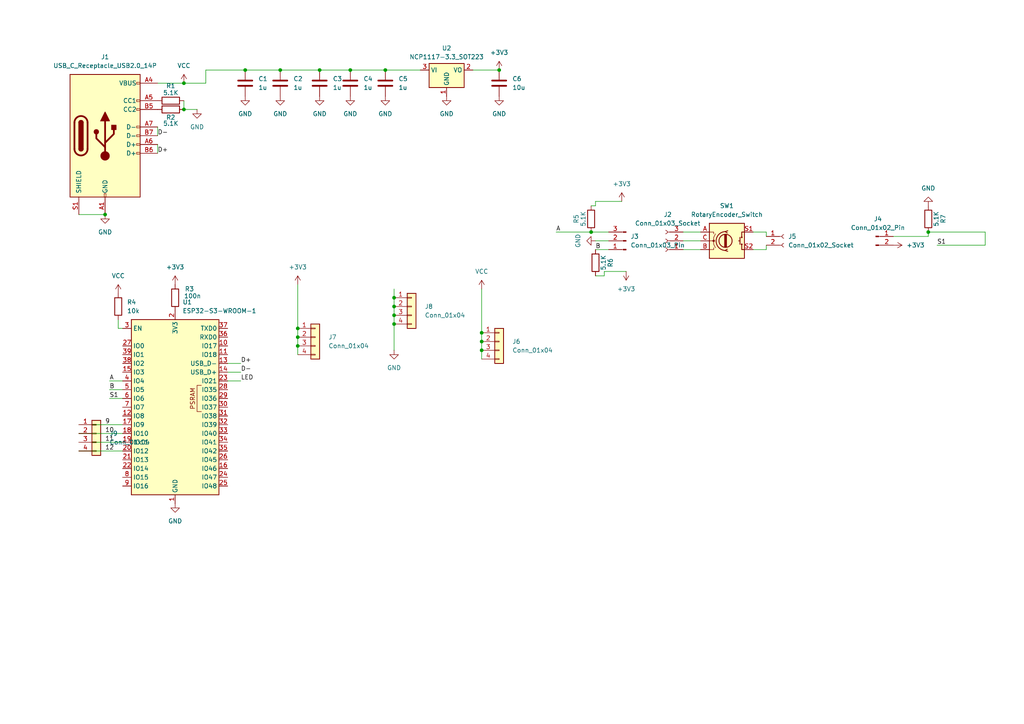
<source format=kicad_sch>
(kicad_sch (version 20250114) (generator "eeschema") (generator_version "9.0")
  (paper "A4")
  (junction (at 313.69 334.01))
  (junction (at 100.33 356.87))
  (junction (at 359.41 356.87))
  (junction (at 176.53 372.11))
  (junction (at 191.77 334.01))
  (junction (at 139.7 99.06))
  (junction (at 283.21 334.01))
  (junction (at 328.93 334.01))
  (junction (at 207.01 372.11))
  (junction (at 100.33 232.41))
  (junction (at 24.13 356.87))
  (junction (at 267.97 356.87))
  (junction (at 130.81 279.4))
  (junction (at 24.13 247.65))
  (junction (at 85.09 356.87))
  (junction (at 328.93 372.11))
  (junction (at 53.34 31.75))
  (junction (at 298.45 294.64))
  (junction (at 130.81 294.64))
  (junction (at 252.73 294.64))
  (junction (at 115.57 294.64))
  (junction (at 435.61 356.87))
  (junction (at 101.6 20.32))
  (junction (at 267.97 279.4))
  (junction (at 222.25 356.87))
  (junction (at 420.37 356.87))
  (junction (at 344.17 334.01))
  (junction (at 359.41 318.77))
  (junction (at 161.29 318.77))
  (junction (at 39.37 334.01))
  (junction (at 207.01 318.77))
  (junction (at 252.73 318.77))
  (junction (at 283.21 318.77))
  (junction (at 191.77 232.41))
  (junction (at 222.25 247.65))
  (junction (at 207.01 232.41))
  (junction (at 252.73 372.11))
  (junction (at 176.53 279.4))
  (junction (at 54.61 334.01))
  (junction (at 344.17 372.11))
  (junction (at 130.81 247.65))
  (junction (at 130.81 232.41))
  (junction (at 146.05 232.41))
  (junction (at 267.97 294.64))
  (junction (at 267.97 334.01))
  (junction (at 237.49 318.77))
  (junction (at 328.93 318.77))
  (junction (at 85.09 372.11))
  (junction (at 39.37 247.65))
  (junction (at 100.33 372.11))
  (junction (at 161.29 294.64))
  (junction (at 191.77 318.77))
  (junction (at 435.61 372.11))
  (junction (at 146.05 247.65))
  (junction (at 86.36 97.79))
  (junction (at 54.61 318.77))
  (junction (at 139.7 96.52))
  (junction (at 114.3 91.44))
  (junction (at 191.77 247.65))
  (junction (at 115.57 279.4))
  (junction (at 237.49 279.4))
  (junction (at 176.53 294.64))
  (junction (at 328.93 356.87))
  (junction (at 53.34 24.13))
  (junction (at 130.81 334.01))
  (junction (at 176.53 247.65))
  (junction (at 24.13 279.4))
  (junction (at 298.45 372.11))
  (junction (at 267.97 372.11))
  (junction (at 114.3 93.98))
  (junction (at 81.28 20.32))
  (junction (at 69.85 372.11))
  (junction (at 39.37 279.4))
  (junction (at 161.29 247.65))
  (junction (at 313.69 318.77))
  (junction (at 39.37 294.64))
  (junction (at 298.45 334.01))
  (junction (at 86.36 95.25))
  (junction (at 146.05 294.64))
  (junction (at 176.53 356.87))
  (junction (at 191.77 356.87))
  (junction (at 114.3 88.9))
  (junction (at 54.61 356.87))
  (junction (at 176.53 334.01))
  (junction (at 92.71 20.32))
  (junction (at 269.24 67.31))
  (junction (at 207.01 279.4))
  (junction (at 71.12 20.32))
  (junction (at 313.69 356.87))
  (junction (at 237.49 334.01))
  (junction (at 222.25 279.4))
  (junction (at 374.65 356.87))
  (junction (at 54.61 372.11))
  (junction (at 374.65 372.11))
  (junction (at 283.21 356.87))
  (junction (at 115.57 232.41))
  (junction (at 222.25 232.41))
  (junction (at 344.17 356.87))
  (junction (at 54.61 232.41))
  (junction (at 86.36 100.33))
  (junction (at 39.37 372.11))
  (junction (at 115.57 334.01))
  (junction (at 207.01 247.65))
  (junction (at 111.76 20.32))
  (junction (at 54.61 294.64))
  (junction (at 405.13 372.11))
  (junction (at 222.25 318.77))
  (junction (at 24.13 318.77))
  (junction (at 359.41 334.01))
  (junction (at 344.17 318.77))
  (junction (at 161.29 279.4))
  (junction (at 115.57 318.77))
  (junction (at 85.09 279.4))
  (junction (at 54.61 279.4))
  (junction (at 191.77 372.11))
  (junction (at 69.85 247.65))
  (junction (at 85.09 247.65))
  (junction (at 85.09 334.01))
  (junction (at 24.13 232.41))
  (junction (at 24.13 294.64))
  (junction (at 146.05 318.77))
  (junction (at 130.81 318.77))
  (junction (at 69.85 356.87))
  (junction (at 222.25 372.11))
  (junction (at 450.85 356.87))
  (junction (at 298.45 318.77))
  (junction (at 207.01 334.01))
  (junction (at 237.49 372.11))
  (junction (at 144.78 20.32))
  (junction (at 114.3 86.36))
  (junction (at 191.77 294.64))
  (junction (at 298.45 279.4))
  (junction (at 222.25 334.01))
  (junction (at 146.05 334.01))
  (junction (at 283.21 294.64))
  (junction (at 54.61 247.65))
  (junction (at 100.33 294.64))
  (junction (at 39.37 318.77))
  (junction (at 146.05 279.4))
  (junction (at 100.33 279.4))
  (junction (at 176.53 232.41))
  (junction (at 100.33 334.01))
  (junction (at 139.7 101.6))
  (junction (at 237.49 356.87))
  (junction (at 359.41 372.11))
  (junction (at 161.29 334.01))
  (junction (at 115.57 247.65))
  (junction (at 100.33 318.77))
  (junction (at 85.09 318.77))
  (junction (at 24.13 334.01))
  (junction (at 69.85 279.4))
  (junction (at 100.33 247.65))
  (junction (at 171.45 67.31))
  (junction (at 283.21 372.11))
  (junction (at 237.49 294.64))
  (junction (at 69.85 318.77))
  (junction (at 69.85 294.64))
  (junction (at 252.73 356.87))
  (junction (at 252.73 279.4))
  (junction (at 405.13 356.87))
  (junction (at 389.89 372.11))
  (junction (at 420.37 372.11))
  (junction (at 69.85 334.01))
  (junction (at 30.48 62.23))
  (junction (at 313.69 372.11))
  (junction (at 283.21 279.4))
  (junction (at 39.37 232.41))
  (junction (at 69.85 232.41))
  (junction (at 298.45 356.87))
  (junction (at 207.01 294.64))
  (junction (at 450.85 372.11))
  (junction (at 222.25 294.64))
  (junction (at 191.77 279.4))
  (junction (at 252.73 334.01))
  (junction (at 207.01 356.87))
  (junction (at 161.29 232.41))
  (junction (at 85.09 232.41))
  (junction (at 39.37 356.87))
  (junction (at 85.09 294.64))
  (junction (at 389.89 356.87))
  (junction (at 267.97 318.77))
  (junction (at 24.13 372.11))
  (junction (at 176.53 318.77))
  (wire (pts (xy 198.12 67.31) (xy 203.2 67.31)))
  (wire (pts (xy 54.61 279.4) (xy 69.85 279.4)))
  (wire (pts (xy 114.3 83.82) (xy 114.3 86.36)))
  (wire (pts (xy 269.24 68.58) (xy 269.24 67.31)))
  (wire (pts (xy 146.05 294.64) (xy 161.29 294.64)))
  (wire (pts (xy 69.85 110.49) (xy 66.04 110.49)))
  (wire (pts (xy 114.3 93.98) (xy 114.3 101.6)))
  (wire (pts (xy 387.35 326.39) (xy 387.35 344.17)))
  (wire (pts (xy 344.17 334.01) (xy 359.41 334.01)))
  (wire (pts (xy 176.53 279.4) (xy 191.77 279.4)))
  (wire (pts (xy 10.16 254) (xy 10.16 287.02)))
  (wire (pts (xy 161.29 294.64) (xy 176.53 294.64)))
  (wire (pts (xy 130.81 247.65) (xy 146.05 247.65)))
  (wire (pts (xy 146.05 247.65) (xy 161.29 247.65)))
  (wire (pts (xy 344.17 318.77) (xy 359.41 318.77)))
  (wire (pts (xy 53.34 29.21) (xy 53.34 31.75)))
  (wire (pts (xy 420.37 372.11) (xy 435.61 372.11)))
  (wire (pts (xy 207.01 294.64) (xy 222.25 294.64)))
  (wire (pts (xy 191.77 318.77) (xy 207.01 318.77)))
  (wire (pts (xy 45.72 24.13) (xy 53.34 24.13)))
  (wire (pts (xy 100.33 356.87) (xy 176.53 356.87)))
  (wire (pts (xy 11.43 306.07) (xy 11.43 326.39)))
  (wire (pts (xy 218.44 67.31) (xy 222.25 67.31)))
  (wire (pts (xy 175.26 78.74) (xy 181.61 78.74)))
  (wire (pts (xy 69.85 372.11) (xy 85.09 372.11)))
  (wire (pts (xy 114.3 91.44) (xy 114.3 93.98)))
  (wire (pts (xy 10.16 364.49) (xy 16.51 364.49)))
  (wire (pts (xy 252.73 279.4) (xy 267.97 279.4)))
  (wire (pts (xy 172.72 72.39) (xy 176.53 72.39)))
  (wire (pts (xy 389.89 356.87) (xy 405.13 356.87)))
  (wire (pts (xy 298.45 334.01) (xy 313.69 334.01)))
  (wire (pts (xy 69.85 247.65) (xy 85.09 247.65)))
  (wire (pts (xy 191.77 334.01) (xy 207.01 334.01)))
  (wire (pts (xy 39.37 372.11) (xy 54.61 372.11)))
  (wire (pts (xy 267.97 334.01) (xy 283.21 334.01)))
  (wire (pts (xy 24.13 294.64) (xy 39.37 294.64)))
  (wire (pts (xy 237.49 334.01) (xy 252.73 334.01)))
  (wire (pts (xy 218.44 72.39) (xy 222.25 72.39)))
  (wire (pts (xy 191.77 356.87) (xy 207.01 356.87)))
  (wire (pts (xy 237.49 279.4) (xy 252.73 279.4)))
  (wire (pts (xy 45.72 41.91) (xy 45.72 44.45)))
  (wire (pts (xy 207.01 372.11) (xy 222.25 372.11)))
  (wire (pts (xy 207.01 356.87) (xy 222.25 356.87)))
  (wire (pts (xy 86.36 97.79) (xy 86.36 100.33)))
  (wire (pts (xy 222.25 247.65) (xy 237.49 247.65)))
  (wire (pts (xy 267.97 372.11) (xy 283.21 372.11)))
  (wire (pts (xy 222.25 356.87) (xy 237.49 356.87)))
  (wire (pts (xy 39.37 356.87) (xy 54.61 356.87)))
  (wire (pts (xy 139.7 96.52) (xy 139.7 99.06)))
  (wire (pts (xy 69.85 356.87) (xy 85.09 356.87)))
  (wire (pts (xy 10.16 344.17) (xy 10.16 364.49)))
  (wire (pts (xy 176.53 356.87) (xy 191.77 356.87)))
  (wire (pts (xy 54.61 334.01) (xy 69.85 334.01)))
  (wire (pts (xy 146.05 279.4) (xy 161.29 279.4)))
  (wire (pts (xy 161.29 318.77) (xy 176.53 318.77)))
  (wire (pts (xy 207.01 318.77) (xy 222.25 318.77)))
  (wire (pts (xy 237.49 294.64) (xy 252.73 294.64)))
  (wire (pts (xy 24.13 279.4) (xy 39.37 279.4)))
  (wire (pts (xy 222.25 279.4) (xy 237.49 279.4)))
  (wire (pts (xy 207.01 279.4) (xy 222.25 279.4)))
  (wire (pts (xy 267.97 318.77) (xy 283.21 318.77)))
  (wire (pts (xy 54.61 356.87) (xy 69.85 356.87)))
  (wire (pts (xy 24.13 318.77) (xy 39.37 318.77)))
  (wire (pts (xy 31.75 115.57) (xy 35.56 115.57)))
  (wire (pts (xy 283.21 334.01) (xy 298.45 334.01)))
  (wire (pts (xy 161.29 334.01) (xy 176.53 334.01)))
  (wire (pts (xy 222.25 232.41) (xy 237.49 232.41)))
  (wire (pts (xy 267.97 279.4) (xy 283.21 279.4)))
  (wire (pts (xy 115.57 279.4) (xy 130.81 279.4)))
  (wire (pts (xy 24.13 232.41) (xy 39.37 232.41)))
  (wire (pts (xy 450.85 356.87) (xy 466.09 356.87)))
  (wire (pts (xy 100.33 334.01) (xy 115.57 334.01)))
  (wire (pts (xy 54.61 232.41) (xy 69.85 232.41)))
  (wire (pts (xy 191.77 372.11) (xy 207.01 372.11)))
  (wire (pts (xy 115.57 294.64) (xy 130.81 294.64)))
  (wire (pts (xy 115.57 232.41) (xy 130.81 232.41)))
  (wire (pts (xy 374.65 356.87) (xy 389.89 356.87)))
  (wire (pts (xy 222.25 72.39) (xy 222.25 71.12)))
  (wire (pts (xy 130.81 279.4) (xy 146.05 279.4)))
  (wire (pts (xy 191.77 279.4) (xy 207.01 279.4)))
  (wire (pts (xy 22.86 123.19) (xy 35.56 123.19)))
  (wire (pts (xy 328.93 356.87) (xy 344.17 356.87)))
  (wire (pts (xy 359.41 318.77) (xy 374.65 318.77)))
  (wire (pts (xy 283.21 356.87) (xy 298.45 356.87)))
  (wire (pts (xy 24.13 334.01) (xy 39.37 334.01)))
  (wire (pts (xy 191.77 232.41) (xy 207.01 232.41)))
  (wire (pts (xy 71.12 20.32) (xy 81.28 20.32)))
  (wire (pts (xy 39.37 334.01) (xy 54.61 334.01)))
  (wire (pts (xy 245.11 240.03) (xy 245.11 254)))
  (wire (pts (xy 344.17 372.11) (xy 359.41 372.11)))
  (wire (pts (xy 207.01 232.41) (xy 222.25 232.41)))
  (wire (pts (xy 283.21 279.4) (xy 298.45 279.4)))
  (wire (pts (xy 85.09 372.11) (xy 100.33 372.11)))
  (wire (pts (xy 313.69 372.11) (xy 328.93 372.11)))
  (wire (pts (xy 161.29 247.65) (xy 176.53 247.65)))
  (wire (pts (xy 450.85 372.11) (xy 466.09 372.11)))
  (wire (pts (xy 24.13 247.65) (xy 39.37 247.65)))
  (wire (pts (xy 139.7 99.06) (xy 139.7 101.6)))
  (wire (pts (xy 16.51 240.03) (xy 10.16 240.03)))
  (wire (pts (xy 24.13 356.87) (xy 39.37 356.87)))
  (wire (pts (xy 252.73 372.11) (xy 267.97 372.11)))
  (wire (pts (xy 86.36 82.55) (xy 86.36 95.25)))
  (wire (pts (xy 39.37 318.77) (xy 54.61 318.77)))
  (wire (pts (xy 313.69 334.01) (xy 328.93 334.01)))
  (wire (pts (xy 139.7 101.6) (xy 139.7 104.14)))
  (wire (pts (xy 252.73 294.64) (xy 267.97 294.64)))
  (wire (pts (xy 130.81 294.64) (xy 146.05 294.64)))
  (wire (pts (xy 24.13 372.11) (xy 39.37 372.11)))
  (wire (pts (xy 54.61 318.77) (xy 69.85 318.77)))
  (wire (pts (xy 107.95 364.49) (xy 168.91 364.49)))
  (wire (pts (xy 22.86 130.81) (xy 35.56 130.81)))
  (wire (pts (xy 54.61 247.65) (xy 69.85 247.65)))
  (wire (pts (xy 69.85 232.41) (xy 85.09 232.41)))
  (wire (pts (xy 54.61 294.64) (xy 69.85 294.64)))
  (wire (pts (xy 114.3 88.9) (xy 114.3 91.44)))
  (wire (pts (xy 85.09 356.87) (xy 100.33 356.87)))
  (wire (pts (xy 172.72 69.85) (xy 176.53 69.85)))
  (wire (pts (xy 85.09 232.41) (xy 100.33 232.41)))
  (wire (pts (xy 331.47 287.02) (xy 331.47 306.07)))
  (wire (pts (xy 85.09 279.4) (xy 100.33 279.4)))
  (wire (pts (xy 405.13 372.11) (xy 420.37 372.11)))
  (wire (pts (xy 69.85 294.64) (xy 85.09 294.64)))
  (wire (pts (xy 146.05 334.01) (xy 161.29 334.01)))
  (wire (pts (xy 130.81 318.77) (xy 146.05 318.77)))
  (wire (pts (xy 92.71 20.32) (xy 101.6 20.32)))
  (wire (pts (xy 207.01 247.65) (xy 222.25 247.65)))
  (wire (pts (xy 161.29 279.4) (xy 176.53 279.4)))
  (wire (pts (xy 285.75 71.12) (xy 271.78 71.12)))
  (wire (pts (xy 31.75 110.49) (xy 35.56 110.49)))
  (wire (pts (xy 81.28 20.32) (xy 92.71 20.32)))
  (wire (pts (xy 331.47 306.07) (xy 11.43 306.07)))
  (wire (pts (xy 69.85 334.01) (xy 85.09 334.01)))
  (wire (pts (xy 435.61 372.11) (xy 450.85 372.11)))
  (wire (pts (xy 161.29 67.31) (xy 171.45 67.31)))
  (wire (pts (xy 283.21 318.77) (xy 298.45 318.77)))
  (wire (pts (xy 222.25 67.31) (xy 222.25 68.58)))
  (wire (pts (xy 22.86 62.23) (xy 30.48 62.23)))
  (wire (pts (xy 176.53 372.11) (xy 191.77 372.11)))
  (wire (pts (xy 39.37 232.41) (xy 54.61 232.41)))
  (wire (pts (xy 222.25 372.11) (xy 237.49 372.11)))
  (wire (pts (xy 161.29 232.41) (xy 176.53 232.41)))
  (wire (pts (xy 267.97 356.87) (xy 283.21 356.87)))
  (wire (pts (xy 405.13 356.87) (xy 420.37 356.87)))
  (wire (pts (xy 146.05 232.41) (xy 161.29 232.41)))
  (wire (pts (xy 176.53 247.65) (xy 191.77 247.65)))
  (wire (pts (xy 222.25 294.64) (xy 237.49 294.64)))
  (wire (pts (xy 171.45 67.31) (xy 176.53 67.31)))
  (wire (pts (xy 115.57 318.77) (xy 130.81 318.77)))
  (wire (pts (xy 198.12 72.39) (xy 203.2 72.39)))
  (wire (pts (xy 283.21 372.11) (xy 298.45 372.11)))
  (wire (pts (xy 34.29 95.25) (xy 35.56 95.25)))
  (wire (pts (xy 100.33 247.65) (xy 115.57 247.65)))
  (wire (pts (xy 237.49 318.77) (xy 252.73 318.77)))
  (wire (pts (xy 191.77 247.65) (xy 207.01 247.65)))
  (wire (pts (xy 100.33 294.64) (xy 115.57 294.64)))
  (wire (pts (xy 86.36 100.33) (xy 86.36 102.87)))
  (wire (pts (xy 115.57 334.01) (xy 130.81 334.01)))
  (wire (pts (xy 359.41 356.87) (xy 374.65 356.87)))
  (wire (pts (xy 313.69 356.87) (xy 328.93 356.87)))
  (wire (pts (xy 387.35 344.17) (xy 10.16 344.17)))
  (wire (pts (xy 313.69 318.77) (xy 328.93 318.77)))
  (wire (pts (xy 100.33 318.77) (xy 115.57 318.77)))
  (wire (pts (xy 85.09 294.64) (xy 100.33 294.64)))
  (wire (pts (xy 269.24 67.31) (xy 285.75 67.31)))
  (wire (pts (xy 298.45 294.64) (xy 313.69 294.64)))
  (wire (pts (xy 171.45 59.69) (xy 172.72 59.69)))
  (wire (pts (xy 298.45 356.87) (xy 313.69 356.87)))
  (wire (pts (xy 359.41 334.01) (xy 374.65 334.01)))
  (wire (pts (xy 222.25 318.77) (xy 237.49 318.77)))
  (wire (pts (xy 22.86 125.73) (xy 35.56 125.73)))
  (wire (pts (xy 146.05 318.77) (xy 161.29 318.77)))
  (wire (pts (xy 59.69 20.32) (xy 59.69 24.13)))
  (wire (pts (xy 191.77 294.64) (xy 207.01 294.64)))
  (wire (pts (xy 176.53 334.01) (xy 191.77 334.01)))
  (wire (pts (xy 85.09 247.65) (xy 100.33 247.65)))
  (wire (pts (xy 85.09 318.77) (xy 100.33 318.77)))
  (wire (pts (xy 101.6 20.32) (xy 111.76 20.32)))
  (wire (pts (xy 100.33 372.11) (xy 176.53 372.11)))
  (wire (pts (xy 39.37 279.4) (xy 54.61 279.4)))
  (wire (pts (xy 130.81 334.01) (xy 146.05 334.01)))
  (wire (pts (xy 85.09 334.01) (xy 100.33 334.01)))
  (wire (pts (xy 100.33 279.4) (xy 115.57 279.4)))
  (wire (pts (xy 420.37 356.87) (xy 435.61 356.87)))
  (wire (pts (xy 298.45 279.4) (xy 313.69 279.4)))
  (wire (pts (xy 71.12 20.32) (xy 59.69 20.32)))
  (wire (pts (xy 374.65 372.11) (xy 389.89 372.11)))
  (wire (pts (xy 130.81 232.41) (xy 146.05 232.41)))
  (wire (pts (xy 59.69 24.13) (xy 53.34 24.13)))
  (wire (pts (xy 22.86 128.27) (xy 35.56 128.27)))
  (wire (pts (xy 382.27 326.39) (xy 387.35 326.39)))
  (wire (pts (xy 283.21 294.64) (xy 298.45 294.64)))
  (wire (pts (xy 69.85 279.4) (xy 85.09 279.4)))
  (wire (pts (xy 111.76 20.32) (xy 121.92 20.32)))
  (wire (pts (xy 39.37 247.65) (xy 54.61 247.65)))
  (wire (pts (xy 237.49 356.87) (xy 252.73 356.87)))
  (wire (pts (xy 172.72 80.01) (xy 175.26 80.01)))
  (wire (pts (xy 259.08 68.58) (xy 269.24 68.58)))
  (wire (pts (xy 114.3 86.36) (xy 114.3 88.9)))
  (wire (pts (xy 207.01 334.01) (xy 222.25 334.01)))
  (wire (pts (xy 298.45 318.77) (xy 313.69 318.77)))
  (wire (pts (xy 245.11 254) (xy 10.16 254)))
  (wire (pts (xy 389.89 372.11) (xy 405.13 372.11)))
  (wire (pts (xy 16.51 287.02) (xy 10.16 287.02)))
  (wire (pts (xy 176.53 294.64) (xy 191.77 294.64)))
  (wire (pts (xy 321.31 287.02) (xy 331.47 287.02)))
  (wire (pts (xy 172.72 59.69) (xy 172.72 58.42)))
  (wire (pts (xy 267.97 294.64) (xy 283.21 294.64)))
  (wire (pts (xy 86.36 95.25) (xy 86.36 97.79)))
  (wire (pts (xy 222.25 334.01) (xy 237.49 334.01)))
  (wire (pts (xy 176.53 318.77) (xy 191.77 318.77)))
  (wire (pts (xy 328.93 334.01) (xy 344.17 334.01)))
  (wire (pts (xy 328.93 318.77) (xy 344.17 318.77)))
  (wire (pts (xy 435.61 356.87) (xy 450.85 356.87)))
  (wire (pts (xy 31.75 113.03) (xy 35.56 113.03)))
  (wire (pts (xy 54.61 372.11) (xy 69.85 372.11)))
  (wire (pts (xy 285.75 67.31) (xy 285.75 71.12)))
  (wire (pts (xy 139.7 83.82) (xy 139.7 96.52)))
  (wire (pts (xy 328.93 372.11) (xy 344.17 372.11)))
  (wire (pts (xy 198.12 69.85) (xy 203.2 69.85)))
  (wire (pts (xy 359.41 372.11) (xy 374.65 372.11)))
  (wire (pts (xy 237.49 372.11) (xy 252.73 372.11)))
  (wire (pts (xy 175.26 80.01) (xy 175.26 78.74)))
  (wire (pts (xy 115.57 247.65) (xy 130.81 247.65)))
  (wire (pts (xy 69.85 105.41) (xy 66.04 105.41)))
  (wire (pts (xy 100.33 232.41) (xy 115.57 232.41)))
  (wire (pts (xy 11.43 326.39) (xy 16.51 326.39)))
  (wire (pts (xy 39.37 294.64) (xy 54.61 294.64)))
  (wire (pts (xy 344.17 356.87) (xy 359.41 356.87)))
  (wire (pts (xy 45.72 36.83) (xy 45.72 39.37)))
  (wire (pts (xy 252.73 318.77) (xy 267.97 318.77)))
  (wire (pts (xy 137.16 20.32) (xy 144.78 20.32)))
  (wire (pts (xy 34.29 92.71) (xy 34.29 95.25)))
  (wire (pts (xy 252.73 356.87) (xy 267.97 356.87)))
  (wire (pts (xy 176.53 232.41) (xy 191.77 232.41)))
  (wire (pts (xy 69.85 107.95) (xy 66.04 107.95)))
  (wire (pts (xy 69.85 318.77) (xy 85.09 318.77)))
  (wire (pts (xy 172.72 58.42) (xy 180.34 58.42)))
  (wire (pts (xy 53.34 31.75) (xy 57.15 31.75)))
  (wire (pts (xy 298.45 372.11) (xy 313.69 372.11)))
  (wire (pts (xy 252.73 334.01) (xy 267.97 334.01)))
  (label "9" (at 30.48 123.19 0))
  (label "B" (at 172.72 72.39 0))
  (label "D+" (at 69.85 105.41 0))
  (label "S1" (at 271.78 71.12 0))
  (label "11" (at 30.48 128.27 0))
  (label "B" (at 31.75 113.03 0))
  (label "12" (at 30.48 130.81 0))
  (label "S1" (at 31.75 115.57 0))
  (label "10" (at 30.48 125.73 0))
  (label "LED" (at 69.85 110.49 0))
  (label "D+" (at 45.72 44.45 0))
  (label "A" (at 31.75 110.49 0))
  (label "D-" (at 45.72 39.37 0))
  (label "D-" (at 69.85 107.95 0))
  (label "A" (at 161.29 67.31 0))
  (label "LED" (at 10.16 240.03 0))
  (symbol (lib_id "Connector:Conn_01x03_Socket") (at 193.04 69.85 180) (unit 1)
    (property "Reference" "J2" (at 193.675 62.23 0))
    (property "Value" "Conn_01x03_Socket" (at 193.675 64.77 0))
    (property "Footprint" "Connector_PinHeader_2.54mm:PinHeader_1x03_P2.54mm_Vertical" (effects (hide yes)))
    (property "Description" "Generic connector, single row, 01x03, script generated" (effects (hide yes)))
  )
  (symbol (lib_id "power:VCC") (at 139.7 83.82 0) (unit 1)
    (property "Reference" "#PWR030" (effects (hide yes)))
    (property "Value" "VCC" (at 139.7 78.74 0))
    (property "Description" "Power symbol creates a global label with name \"VCC\"" (effects (hide yes)))
  )
  (symbol (lib_id "LED:WS2812B") (at 207.01 326.39 0) (unit 1)
    (property "Reference" "D48" (at 213.868 317.246 0))
    (property "Value" "WS2812B" (at 213.868 319.786 0))
    (property "Footprint" "LED_SMD:LED_WS2812B_PLCC4_5.0x5.0mm_P3.2mm" (effects (hide yes)))
    (property "Datasheet" "https://cdn-shop.adafruit.com/datasheets/WS2812B.pdf" (effects (hide yes)))
    (property "Description" "RGB LED with integrated controller" (effects (hide yes)))
  )
  (symbol (lib_id "Device:C") (at 144.78 24.13 0) (unit 1)
    (property "Reference" "C6" (at 148.59 22.8599 0) (effects (justify left)))
    (property "Value" "10u" (at 148.59 25.3999 0) (effects (justify left)))
    (property "Footprint" "Capacitor_SMD:C_0603_1608Metric_Pad1.08x0.95mm_HandSolder" (effects (hide yes)))
    (property "Description" "Unpolarized capacitor" (effects (hide yes)))
  )
  (symbol (lib_id "LED:WS2812B") (at 161.29 326.39 0) (unit 1)
    (property "Reference" "D45" (at 167.64 317.246 0))
    (property "Value" "WS2812B" (at 167.64 319.786 0))
    (property "Footprint" "LED_SMD:LED_WS2812B_PLCC4_5.0x5.0mm_P3.2mm" (effects (hide yes)))
    (property "Datasheet" "https://cdn-shop.adafruit.com/datasheets/WS2812B.pdf" (effects (hide yes)))
    (property "Description" "RGB LED with integrated controller" (effects (hide yes)))
  )
  (symbol (lib_id "LED:WS2812B") (at 374.65 326.39 0) (unit 1)
    (property "Reference" "D59" (at 381 317.246 0))
    (property "Value" "WS2812B" (at 381 319.786 0))
    (property "Footprint" "LED_SMD:LED_WS2812B_PLCC4_5.0x5.0mm_P3.2mm" (effects (hide yes)))
    (property "Datasheet" "https://cdn-shop.adafruit.com/datasheets/WS2812B.pdf" (effects (hide yes)))
    (property "Description" "RGB LED with integrated controller" (effects (hide yes)))
  )
  (symbol (lib_id "power:GND") (at 24.13 334.01 0) (unit 1)
    (property "Reference" "#PWR025" (effects (hide yes)))
    (property "Value" "GND" (at 24.13 339.09 0))
    (property "Description" "Power symbol creates a global label with name \"GND\" , ground" (effects (hide yes)))
  )
  (symbol (lib_id "LED:WS2812B") (at 191.77 287.02 0) (unit 1)
    (property "Reference" "D27" (at 198.12 277.876 0))
    (property "Value" "WS2812B" (at 198.12 280.416 0))
    (property "Footprint" "LED_SMD:LED_WS2812B_PLCC4_5.0x5.0mm_P3.2mm" (effects (hide yes)))
    (property "Datasheet" "https://cdn-shop.adafruit.com/datasheets/WS2812B.pdf" (effects (hide yes)))
    (property "Description" "RGB LED with integrated controller" (effects (hide yes)))
  )
  (symbol (lib_id "LED:WS2812B") (at 69.85 364.49 0) (unit 1)
    (property "Reference" "D63" (at 76.708 355.346 0))
    (property "Value" "WS2812B" (at 76.708 357.886 0))
    (property "Footprint" "LED_SMD:LED_WS2812B_PLCC4_5.0x5.0mm_P3.2mm" (effects (hide yes)))
    (property "Datasheet" "https://cdn-shop.adafruit.com/datasheets/WS2812B.pdf" (effects (hide yes)))
    (property "Description" "RGB LED with integrated controller" (effects (hide yes)))
  )
  (symbol (lib_id "LED:WS2812B") (at 405.13 364.49 0) (unit 1)
    (property "Reference" "D85" (at 411.988 355.346 0))
    (property "Value" "WS2812B" (at 411.988 357.886 0))
    (property "Footprint" "LED_SMD:LED_WS2812B_PLCC4_5.0x5.0mm_P3.2mm" (effects (hide yes)))
    (property "Datasheet" "https://cdn-shop.adafruit.com/datasheets/WS2812B.pdf" (effects (hide yes)))
    (property "Description" "RGB LED with integrated controller" (effects (hide yes)))
  )
  (symbol (lib_id "LED:WS2812B") (at 252.73 364.49 0) (unit 1)
    (property "Reference" "D75" (at 259.08 355.346 0))
    (property "Value" "WS2812B" (at 259.08 357.886 0))
    (property "Footprint" "LED_SMD:LED_WS2812B_PLCC4_5.0x5.0mm_P3.2mm" (effects (hide yes)))
    (property "Datasheet" "https://cdn-shop.adafruit.com/datasheets/WS2812B.pdf" (effects (hide yes)))
    (property "Description" "RGB LED with integrated controller" (effects (hide yes)))
  )
  (symbol (lib_id "Device:R") (at 171.45 63.5 180) (unit 1)
    (property "Reference" "R5" (at 167.132 63.5 90))
    (property "Value" "5.1K" (at 169.164 63.5 90))
    (property "Footprint" "Resistor_SMD:R_0603_1608Metric_Pad0.98x0.95mm_HandSolder" (effects (hide yes)))
    (property "Description" "Resistor" (effects (hide yes)))
  )
  (symbol (lib_id "LED:WS2812B") (at 283.21 287.02 0) (unit 1)
    (property "Reference" "D33" (at 290.068 277.876 0))
    (property "Value" "WS2812B" (at 290.068 280.416 0))
    (property "Footprint" "LED_SMD:LED_WS2812B_PLCC4_5.0x5.0mm_P3.2mm" (effects (hide yes)))
    (property "Datasheet" "https://cdn-shop.adafruit.com/datasheets/WS2812B.pdf" (effects (hide yes)))
    (property "Description" "RGB LED with integrated controller" (effects (hide yes)))
  )
  (symbol (lib_id "LED:WS2812B") (at 298.45 326.39 0) (unit 1)
    (property "Reference" "D54" (at 304.8 317.246 0))
    (property "Value" "WS2812B" (at 304.8 319.786 0))
    (property "Footprint" "LED_SMD:LED_WS2812B_PLCC4_5.0x5.0mm_P3.2mm" (effects (hide yes)))
    (property "Datasheet" "https://cdn-shop.adafruit.com/datasheets/WS2812B.pdf" (effects (hide yes)))
    (property "Description" "RGB LED with integrated controller" (effects (hide yes)))
  )
  (symbol (lib_id "power:VCC") (at 53.34 24.13 0) (unit 1)
    (property "Reference" "#PWR01" (effects (hide yes)))
    (property "Value" "VCC" (at 53.34 19.05 0))
    (property "Description" "Power symbol creates a global label with name \"VCC\"" (effects (hide yes)))
  )
  (symbol (lib_id "LED:WS2812B") (at 39.37 240.03 0) (unit 1)
    (property "Reference" "D2" (at 46.228 230.886 0))
    (property "Value" "WS2812B" (at 46.228 233.426 0))
    (property "Footprint" "LED_SMD:LED_WS2812B_PLCC4_5.0x5.0mm_P3.2mm" (effects (hide yes)))
    (property "Datasheet" "https://cdn-shop.adafruit.com/datasheets/WS2812B.pdf" (effects (hide yes)))
    (property "Description" "RGB LED with integrated controller" (effects (hide yes)))
  )
  (symbol (lib_id "LED:WS2812B") (at 100.33 364.49 0) (unit 1)
    (property "Reference" "D65" (at 107.188 355.346 0))
    (property "Value" "WS2812B" (at 107.188 357.886 0))
    (property "Footprint" "LED_SMD:LED_WS2812B_PLCC4_5.0x5.0mm_P3.2mm" (effects (hide yes)))
    (property "Datasheet" "https://cdn-shop.adafruit.com/datasheets/WS2812B.pdf" (effects (hide yes)))
    (property "Description" "RGB LED with integrated controller" (effects (hide yes)))
  )
  (symbol (lib_id "Connector:Conn_01x02_Socket") (at 227.33 68.58 0) (unit 1)
    (property "Reference" "J5" (at 228.6 68.5799 0) (effects (justify left)))
    (property "Value" "Conn_01x02_Socket" (at 228.6 71.1199 0) (effects (justify left)))
    (property "Footprint" "Connector_PinHeader_2.54mm:PinHeader_1x02_P2.54mm_Vertical" (effects (hide yes)))
    (property "Description" "Generic connector, single row, 01x02, script generated" (effects (hide yes)))
  )
  (symbol (lib_id "LED:WS2812B") (at 222.25 240.03 0) (unit 1)
    (property "Reference" "D14" (at 228.6 230.886 0))
    (property "Value" "WS2812B" (at 228.6 233.426 0))
    (property "Footprint" "LED_SMD:LED_WS2812B_PLCC4_5.0x5.0mm_P3.2mm" (effects (hide yes)))
    (property "Datasheet" "https://cdn-shop.adafruit.com/datasheets/WS2812B.pdf" (effects (hide yes)))
    (property "Description" "RGB LED with integrated controller" (effects (hide yes)))
  )
  (symbol (lib_id "LED:WS2812B") (at 54.61 287.02 0) (unit 1)
    (property "Reference" "D18" (at 60.96 277.876 0))
    (property "Value" "WS2812B" (at 60.96 280.416 0))
    (property "Footprint" "LED_SMD:LED_WS2812B_PLCC4_5.0x5.0mm_P3.2mm" (effects (hide yes)))
    (property "Datasheet" "https://cdn-shop.adafruit.com/datasheets/WS2812B.pdf" (effects (hide yes)))
    (property "Description" "RGB LED with integrated controller" (effects (hide yes)))
  )
  (symbol (lib_id "LED:WS2812B") (at 146.05 326.39 0) (unit 1)
    (property "Reference" "D44" (at 152.908 317.246 0))
    (property "Value" "WS2812B" (at 152.908 319.786 0))
    (property "Footprint" "LED_SMD:LED_WS2812B_PLCC4_5.0x5.0mm_P3.2mm" (effects (hide yes)))
    (property "Datasheet" "https://cdn-shop.adafruit.com/datasheets/WS2812B.pdf" (effects (hide yes)))
    (property "Description" "RGB LED with integrated controller" (effects (hide yes)))
  )
  (symbol (lib_id "LED:WS2812B") (at 85.09 287.02 0) (unit 1)
    (property "Reference" "D20" (at 91.44 277.876 0))
    (property "Value" "WS2812B" (at 91.44 280.416 0))
    (property "Footprint" "LED_SMD:LED_WS2812B_PLCC4_5.0x5.0mm_P3.2mm" (effects (hide yes)))
    (property "Datasheet" "https://cdn-shop.adafruit.com/datasheets/WS2812B.pdf" (effects (hide yes)))
    (property "Description" "RGB LED with integrated controller" (effects (hide yes)))
  )
  (symbol (lib_id "power:VCC") (at 24.13 232.41 0) (unit 1)
    (property "Reference" "#PWR015" (effects (hide yes)))
    (property "Value" "VCC" (at 24.13 227.33 0))
    (property "Description" "Power symbol creates a global label with name \"VCC\"" (effects (hide yes)))
  )
  (symbol (lib_id "power:+3V3") (at 180.34 58.42 0) (unit 1)
    (property "Reference" "#PWR018" (effects (hide yes)))
    (property "Value" "+3V3" (at 180.34 53.34 0))
    (property "Description" "Power symbol creates a global label with name \"+3V3\"" (effects (hide yes)))
  )
  (symbol (lib_id "power:GND") (at 129.54 27.94 0) (unit 1)
    (property "Reference" "#PWR08" (effects (hide yes)))
    (property "Value" "GND" (at 129.54 33.02 0))
    (property "Description" "Power symbol creates a global label with name \"GND\" , ground" (effects (hide yes)))
  )
  (symbol (lib_id "LED:WS2812B") (at 191.77 326.39 0) (unit 1)
    (property "Reference" "D47" (at 198.12 317.246 0))
    (property "Value" "WS2812B" (at 198.12 319.786 0))
    (property "Footprint" "LED_SMD:LED_WS2812B_PLCC4_5.0x5.0mm_P3.2mm" (effects (hide yes)))
    (property "Datasheet" "https://cdn-shop.adafruit.com/datasheets/WS2812B.pdf" (effects (hide yes)))
    (property "Description" "RGB LED with integrated controller" (effects (hide yes)))
  )
  (symbol (lib_id "LED:WS2812B") (at 328.93 364.49 0) (unit 1)
    (property "Reference" "D80" (at 335.788 355.346 0))
    (property "Value" "WS2812B" (at 335.788 357.886 0))
    (property "Footprint" "LED_SMD:LED_WS2812B_PLCC4_5.0x5.0mm_P3.2mm" (effects (hide yes)))
    (property "Datasheet" "https://cdn-shop.adafruit.com/datasheets/WS2812B.pdf" (effects (hide yes)))
    (property "Description" "RGB LED with integrated controller" (effects (hide yes)))
  )
  (symbol (lib_id "power:VCC") (at 24.13 356.87 0) (unit 1)
    (property "Reference" "#PWR026" (effects (hide yes)))
    (property "Value" "VCC" (at 24.13 351.79 0))
    (property "Description" "Power symbol creates a global label with name \"VCC\"" (effects (hide yes)))
  )
  (symbol (lib_id "power:+3V3") (at 144.78 20.32 0) (unit 1)
    (property "Reference" "#PWR011" (effects (hide yes)))
    (property "Value" "+3V3" (at 144.78 15.24 0))
    (property "Description" "Power symbol creates a global label with name \"+3V3\"" (effects (hide yes)))
  )
  (symbol (lib_id "LED:WS2812B") (at 39.37 287.02 0) (unit 1)
    (property "Reference" "D17" (at 46.228 277.876 0))
    (property "Value" "WS2812B" (at 46.228 280.416 0))
    (property "Footprint" "LED_SMD:LED_WS2812B_PLCC4_5.0x5.0mm_P3.2mm" (effects (hide yes)))
    (property "Datasheet" "https://cdn-shop.adafruit.com/datasheets/WS2812B.pdf" (effects (hide yes)))
    (property "Description" "RGB LED with integrated controller" (effects (hide yes)))
  )
  (symbol (lib_id "LED:WS2812B") (at 222.25 364.49 0) (unit 1)
    (property "Reference" "D73" (at 228.6 355.346 0))
    (property "Value" "WS2812B" (at 228.6 357.886 0))
    (property "Footprint" "LED_SMD:LED_WS2812B_PLCC4_5.0x5.0mm_P3.2mm" (effects (hide yes)))
    (property "Datasheet" "https://cdn-shop.adafruit.com/datasheets/WS2812B.pdf" (effects (hide yes)))
    (property "Description" "RGB LED with integrated controller" (effects (hide yes)))
  )
  (symbol (lib_id "LED:WS2812B") (at 435.61 364.49 0) (unit 1)
    (property "Reference" "D87" (at 442.468 355.346 0))
    (property "Value" "WS2812B" (at 442.468 357.886 0))
    (property "Footprint" "LED_SMD:LED_WS2812B_PLCC4_5.0x5.0mm_P3.2mm" (effects (hide yes)))
    (property "Datasheet" "https://cdn-shop.adafruit.com/datasheets/WS2812B.pdf" (effects (hide yes)))
    (property "Description" "RGB LED with integrated controller" (effects (hide yes)))
  )
  (symbol (lib_id "LED:WS2812B") (at 130.81 240.03 0) (unit 1)
    (property "Reference" "D8" (at 137.668 230.886 0))
    (property "Value" "WS2812B" (at 137.668 233.426 0))
    (property "Footprint" "LED_SMD:LED_WS2812B_PLCC4_5.0x5.0mm_P3.2mm" (effects (hide yes)))
    (property "Datasheet" "https://cdn-shop.adafruit.com/datasheets/WS2812B.pdf" (effects (hide yes)))
    (property "Description" "RGB LED with integrated controller" (effects (hide yes)))
  )
  (symbol (lib_id "Regulator_Linear:NCP1117-3.3_SOT223") (at 129.54 20.32 0) (unit 1)
    (property "Reference" "U2" (at 129.54 13.97 0))
    (property "Value" "NCP1117-3.3_SOT223" (at 129.54 16.51 0))
    (property "Footprint" "Package_TO_SOT_SMD:SOT-223-3_TabPin2" (effects (hide yes)))
    (property "Datasheet" "http://www.onsemi.com/pub_link/Collateral/NCP1117-D.PDF" (effects (hide yes)))
    (property "Description" "1A Low drop-out regulator, Fixed Output 3.3V, SOT-223" (effects (hide yes)))
  )
  (symbol (lib_id "Connector_Generic:Conn_01x04") (at 91.44 97.79 0) (unit 1)
    (property "Reference" "J7" (at 95.25 97.7899 0) (effects (justify left)))
    (property "Value" "Conn_01x04" (at 95.25 100.3299 0) (effects (justify left)))
    (property "Footprint" "Connector_PinHeader_2.00mm:PinHeader_1x04_P2.00mm_Vertical" (effects (hide yes)))
    (property "Description" "Generic connector, single row, 01x04, script generated (kicad-library-utils/schlib/autogen/connector/)" (effects (hide yes)))
  )
  (symbol (lib_id "LED:WS2812B") (at 69.85 287.02 0) (unit 1)
    (property "Reference" "D19" (at 76.708 277.876 0))
    (property "Value" "WS2812B" (at 76.708 280.416 0))
    (property "Footprint" "LED_SMD:LED_WS2812B_PLCC4_5.0x5.0mm_P3.2mm" (effects (hide yes)))
    (property "Datasheet" "https://cdn-shop.adafruit.com/datasheets/WS2812B.pdf" (effects (hide yes)))
    (property "Description" "RGB LED with integrated controller" (effects (hide yes)))
  )
  (symbol (lib_id "LED:WS2812B") (at 54.61 240.03 0) (unit 1)
    (property "Reference" "D3" (at 60.96 230.886 0))
    (property "Value" "WS2812B" (at 60.96 233.426 0))
    (property "Footprint" "LED_SMD:LED_WS2812B_PLCC4_5.0x5.0mm_P3.2mm" (effects (hide yes)))
    (property "Datasheet" "https://cdn-shop.adafruit.com/datasheets/WS2812B.pdf" (effects (hide yes)))
    (property "Description" "RGB LED with integrated controller" (effects (hide yes)))
  )
  (symbol (lib_id "power:GND") (at 30.48 62.23 0) (unit 1)
    (property "Reference" "#PWR010" (effects (hide yes)))
    (property "Value" "GND" (at 30.48 67.31 0))
    (property "Description" "Power symbol creates a global label with name \"GND\" , ground" (effects (hide yes)))
  )
  (symbol (lib_id "Device:R") (at 34.29 88.9 0) (unit 1)
    (property "Reference" "R4" (at 36.83 87.6299 0) (effects (justify left)))
    (property "Value" "10k" (at 36.83 90.1699 0) (effects (justify left)))
    (property "Footprint" "Resistor_SMD:R_0603_1608Metric_Pad0.98x0.95mm_HandSolder" (effects (hide yes)))
    (property "Description" "Resistor" (effects (hide yes)))
  )
  (symbol (lib_id "Connector_Generic:Conn_01x04") (at 119.38 88.9 0) (unit 1)
    (property "Reference" "J8" (at 123.19 88.8999 0) (effects (justify left)))
    (property "Value" "Conn_01x04" (at 123.19 91.4399 0) (effects (justify left)))
    (property "Footprint" "Connector_PinHeader_2.00mm:PinHeader_1x04_P2.00mm_Vertical" (effects (hide yes)))
    (property "Description" "Generic connector, single row, 01x04, script generated (kicad-library-utils/schlib/autogen/connector/)" (effects (hide yes)))
  )
  (symbol (lib_id "Device:RotaryEncoder_Switch") (at 210.82 69.85 0) (unit 1)
    (property "Reference" "SW1" (at 210.82 59.69 0))
    (property "Value" "RotaryEncoder_Switch" (at 210.82 62.23 0))
    (property "Footprint" "Rotary_Encoder:RotaryEncoder_Alps_EC11E-Switch_Vertical_H20mm" (effects (hide yes)))
    (property "Description" "Rotary encoder, dual channel, incremental quadrate outputs, with switch" (effects (hide yes)))
  )
  (symbol (lib_id "LED:WS2812B") (at 313.69 287.02 0) (unit 1)
    (property "Reference" "D35" (at 320.548 277.876 0))
    (property "Value" "WS2812B" (at 320.548 280.416 0))
    (property "Footprint" "LED_SMD:LED_WS2812B_PLCC4_5.0x5.0mm_P3.2mm" (effects (hide yes)))
    (property "Datasheet" "https://cdn-shop.adafruit.com/datasheets/WS2812B.pdf" (effects (hide yes)))
    (property "Description" "RGB LED with integrated controller" (effects (hide yes)))
  )
  (symbol (lib_id "Connector:Conn_01x03_Pin") (at 181.61 69.85 180) (unit 1)
    (property "Reference" "J3" (at 182.88 68.5799 0) (effects (justify right)))
    (property "Value" "Conn_01x03_Pin" (at 182.88 71.1199 0) (effects (justify right)))
    (property "Footprint" "Connector_PinHeader_2.54mm:PinHeader_1x03_P2.54mm_Vertical" (effects (hide yes)))
    (property "Description" "Generic connector, single row, 01x03, script generated" (effects (hide yes)))
  )
  (symbol (lib_id "Device:R") (at 269.24 63.5 0) (unit 1)
    (property "Reference" "R7" (at 273.558 63.5 90))
    (property "Value" "5.1K" (at 271.526 63.5 90))
    (property "Footprint" "Resistor_SMD:R_0603_1608Metric_Pad0.98x0.95mm_HandSolder" (effects (hide yes)))
    (property "Description" "Resistor" (effects (hide yes)))
  )
  (symbol (lib_id "power:+3V3") (at 86.36 82.55 0) (unit 1)
    (property "Reference" "#PWR029" (effects (hide yes)))
    (property "Value" "+3V3" (at 86.36 77.47 0))
    (property "Description" "Power symbol creates a global label with name \"+3V3\"" (effects (hide yes)))
  )
  (symbol (lib_id "Connector_Generic:Conn_01x04") (at 144.78 99.06 0) (unit 1)
    (property "Reference" "J6" (at 148.59 99.0599 0) (effects (justify left)))
    (property "Value" "Conn_01x04" (at 148.59 101.5999 0) (effects (justify left)))
    (property "Footprint" "Connector_PinHeader_2.00mm:PinHeader_1x04_P2.00mm_Vertical" (effects (hide yes)))
    (property "Description" "Generic connector, single row, 01x04, script generated (kicad-library-utils/schlib/autogen/connector/)" (effects (hide yes)))
  )
  (symbol (lib_id "power:GND") (at 71.12 27.94 0) (unit 1)
    (property "Reference" "#PWR03" (effects (hide yes)))
    (property "Value" "GND" (at 71.12 33.02 0))
    (property "Description" "Power symbol creates a global label with name \"GND\" , ground" (effects (hide yes)))
  )
  (symbol (lib_id "Device:C") (at 111.76 24.13 0) (unit 1)
    (property "Reference" "C5" (at 115.57 22.8599 0) (effects (justify left)))
    (property "Value" "1u" (at 115.57 25.3999 0) (effects (justify left)))
    (property "Footprint" "Capacitor_SMD:C_0603_1608Metric_Pad1.08x0.95mm_HandSolder" (effects (hide yes)))
    (property "Description" "Unpolarized capacitor" (effects (hide yes)))
  )
  (symbol (lib_id "LED:WS2812B") (at 176.53 240.03 0) (unit 1)
    (property "Reference" "D11" (at 183.388 230.886 0))
    (property "Value" "WS2812B" (at 183.388 233.426 0))
    (property "Footprint" "LED_SMD:LED_WS2812B_PLCC4_5.0x5.0mm_P3.2mm" (effects (hide yes)))
    (property "Datasheet" "https://cdn-shop.adafruit.com/datasheets/WS2812B.pdf" (effects (hide yes)))
    (property "Description" "RGB LED with integrated controller" (effects (hide yes)))
  )
  (symbol (lib_id "power:GND") (at 114.3 101.6 0) (unit 1)
    (property "Reference" "#PWR028" (effects (hide yes)))
    (property "Value" "GND" (at 114.3 106.68 0))
    (property "Description" "Power symbol creates a global label with name \"GND\" , ground" (effects (hide yes)))
  )
  (symbol (lib_id "LED:WS2812B") (at 191.77 240.03 0) (unit 1)
    (property "Reference" "D12" (at 198.12 230.886 0))
    (property "Value" "WS2812B" (at 198.12 233.426 0))
    (property "Footprint" "LED_SMD:LED_WS2812B_PLCC4_5.0x5.0mm_P3.2mm" (effects (hide yes)))
    (property "Datasheet" "https://cdn-shop.adafruit.com/datasheets/WS2812B.pdf" (effects (hide yes)))
    (property "Description" "RGB LED with integrated controller" (effects (hide yes)))
  )
  (symbol (lib_id "LED:WS2812B") (at 161.29 287.02 0) (unit 1)
    (property "Reference" "D25" (at 167.64 277.876 0))
    (property "Value" "WS2812B" (at 167.64 280.416 0))
    (property "Footprint" "LED_SMD:LED_WS2812B_PLCC4_5.0x5.0mm_P3.2mm" (effects (hide yes)))
    (property "Datasheet" "https://cdn-shop.adafruit.com/datasheets/WS2812B.pdf" (effects (hide yes)))
    (property "Description" "RGB LED with integrated controller" (effects (hide yes)))
  )
  (symbol (lib_id "LED:WS2812B") (at 69.85 240.03 0) (unit 1)
    (property "Reference" "D4" (at 76.708 230.886 0))
    (property "Value" "WS2812B" (at 76.708 233.426 0))
    (property "Footprint" "LED_SMD:LED_WS2812B_PLCC4_5.0x5.0mm_P3.2mm" (effects (hide yes)))
    (property "Datasheet" "https://cdn-shop.adafruit.com/datasheets/WS2812B.pdf" (effects (hide yes)))
    (property "Description" "RGB LED with integrated controller" (effects (hide yes)))
  )
  (symbol (lib_id "Device:R") (at 49.53 29.21 90) (unit 1)
    (property "Reference" "R1" (at 49.53 24.892 90))
    (property "Value" "5.1K" (at 49.53 26.924 90))
    (property "Footprint" "Resistor_SMD:R_0603_1608Metric_Pad0.98x0.95mm_HandSolder" (effects (hide yes)))
    (property "Description" "Resistor" (effects (hide yes)))
  )
  (symbol (lib_id "LED:WS2812B") (at 450.85 364.49 0) (unit 1)
    (property "Reference" "D88" (at 457.2 355.346 0))
    (property "Value" "WS2812B" (at 457.2 357.886 0))
    (property "Footprint" "LED_SMD:LED_WS2812B_PLCC4_5.0x5.0mm_P3.2mm" (effects (hide yes)))
    (property "Datasheet" "https://cdn-shop.adafruit.com/datasheets/WS2812B.pdf" (effects (hide yes)))
    (property "Description" "RGB LED with integrated controller" (effects (hide yes)))
  )
  (symbol (lib_id "Device:R") (at 172.72 76.2 0) (unit 1)
    (property "Reference" "R6" (at 177.038 76.2 90))
    (property "Value" "5.1K" (at 175.006 76.2 90))
    (property "Footprint" "Resistor_SMD:R_0603_1608Metric_Pad0.98x0.95mm_HandSolder" (effects (hide yes)))
    (property "Description" "Resistor" (effects (hide yes)))
  )
  (symbol (lib_id "power:GND") (at 101.6 27.94 0) (unit 1)
    (property "Reference" "#PWR06" (effects (hide yes)))
    (property "Value" "GND" (at 101.6 33.02 0))
    (property "Description" "Power symbol creates a global label with name \"GND\" , ground" (effects (hide yes)))
  )
  (symbol (lib_id "LED:WS2812B") (at 24.13 364.49 0) (unit 1)
    (property "Reference" "D60" (at 30.48 355.346 0))
    (property "Value" "WS2812B" (at 30.48 357.886 0))
    (property "Footprint" "LED_SMD:LED_WS2812B_PLCC4_5.0x5.0mm_P3.2mm" (effects (hide yes)))
    (property "Datasheet" "https://cdn-shop.adafruit.com/datasheets/WS2812B.pdf" (effects (hide yes)))
    (property "Description" "RGB LED with integrated controller" (effects (hide yes)))
  )
  (symbol (lib_id "LED:WS2812B") (at 115.57 326.39 0) (unit 1)
    (property "Reference" "D42" (at 121.92 317.246 0))
    (property "Value" "WS2812B" (at 121.92 319.786 0))
    (property "Footprint" "LED_SMD:LED_WS2812B_PLCC4_5.0x5.0mm_P3.2mm" (effects (hide yes)))
    (property "Datasheet" "https://cdn-shop.adafruit.com/datasheets/WS2812B.pdf" (effects (hide yes)))
    (property "Description" "RGB LED with integrated controller" (effects (hide yes)))
  )
  (symbol (lib_id "LED:WS2812B") (at 267.97 287.02 0) (unit 1)
    (property "Reference" "D32" (at 274.32 277.876 0))
    (property "Value" "WS2812B" (at 274.32 280.416 0))
    (property "Footprint" "LED_SMD:LED_WS2812B_PLCC4_5.0x5.0mm_P3.2mm" (effects (hide yes)))
    (property "Datasheet" "https://cdn-shop.adafruit.com/datasheets/WS2812B.pdf" (effects (hide yes)))
    (property "Description" "RGB LED with integrated controller" (effects (hide yes)))
  )
  (symbol (lib_id "power:VCC") (at 24.13 279.4 0) (unit 1)
    (property "Reference" "#PWR022" (effects (hide yes)))
    (property "Value" "VCC" (at 24.13 274.32 0))
    (property "Description" "Power symbol creates a global label with name \"VCC\"" (effects (hide yes)))
  )
  (symbol (lib_id "Device:C") (at 71.12 24.13 0) (unit 1)
    (property "Reference" "C1" (at 74.93 22.8599 0) (effects (justify left)))
    (property "Value" "1u" (at 74.93 25.3999 0) (effects (justify left)))
    (property "Footprint" "Capacitor_SMD:C_0603_1608Metric_Pad1.08x0.95mm_HandSolder" (effects (hide yes)))
    (property "Description" "Unpolarized capacitor" (effects (hide yes)))
  )
  (symbol (lib_id "LED:WS2812B") (at 191.77 364.49 0) (unit 1)
    (property "Reference" "D71" (at 198.12 355.346 0))
    (property "Value" "WS2812B" (at 198.12 357.886 0))
    (property "Footprint" "LED_SMD:LED_WS2812B_PLCC4_5.0x5.0mm_P3.2mm" (effects (hide yes)))
    (property "Datasheet" "https://cdn-shop.adafruit.com/datasheets/WS2812B.pdf" (effects (hide yes)))
    (property "Description" "RGB LED with integrated controller" (effects (hide yes)))
  )
  (symbol (lib_id "power:GND") (at 111.76 27.94 0) (unit 1)
    (property "Reference" "#PWR07" (effects (hide yes)))
    (property "Value" "GND" (at 111.76 33.02 0))
    (property "Description" "Power symbol creates a global label with name \"GND\" , ground" (effects (hide yes)))
  )
  (symbol (lib_id "LED:WS2812B") (at 359.41 364.49 0) (unit 1)
    (property "Reference" "D82" (at 366.268 355.346 0))
    (property "Value" "WS2812B" (at 366.268 357.886 0))
    (property "Footprint" "LED_SMD:LED_WS2812B_PLCC4_5.0x5.0mm_P3.2mm" (effects (hide yes)))
    (property "Datasheet" "https://cdn-shop.adafruit.com/datasheets/WS2812B.pdf" (effects (hide yes)))
    (property "Description" "RGB LED with integrated controller" (effects (hide yes)))
  )
  (symbol (lib_id "LED:WS2812B") (at 146.05 240.03 0) (unit 1)
    (property "Reference" "D9" (at 152.908 230.886 0))
    (property "Value" "WS2812B" (at 152.908 233.426 0))
    (property "Footprint" "LED_SMD:LED_WS2812B_PLCC4_5.0x5.0mm_P3.2mm" (effects (hide yes)))
    (property "Datasheet" "https://cdn-shop.adafruit.com/datasheets/WS2812B.pdf" (effects (hide yes)))
    (property "Description" "RGB LED with integrated controller" (effects (hide yes)))
  )
  (symbol (lib_id "LED:WS2812B") (at 130.81 287.02 0) (unit 1)
    (property "Reference" "D23" (at 137.668 277.876 0))
    (property "Value" "WS2812B" (at 137.668 280.416 0))
    (property "Footprint" "LED_SMD:LED_WS2812B_PLCC4_5.0x5.0mm_P3.2mm" (effects (hide yes)))
    (property "Datasheet" "https://cdn-shop.adafruit.com/datasheets/WS2812B.pdf" (effects (hide yes)))
    (property "Description" "RGB LED with integrated controller" (effects (hide yes)))
  )
  (symbol (lib_id "Connector_Generic:Conn_01x04") (at 27.94 125.73 0) (unit 1)
    (property "Reference" "J9" (at 31.75 125.7299 0) (effects (justify left)))
    (property "Value" "Conn_01x04" (at 31.75 128.2699 0) (effects (justify left)))
    (property "Footprint" "Connector_PinHeader_2.00mm:PinHeader_1x04_P2.00mm_Vertical" (effects (hide yes)))
    (property "Description" "Generic connector, single row, 01x04, script generated (kicad-library-utils/schlib/autogen/connector/)" (effects (hide yes)))
  )
  (symbol (lib_id "LED:WS2812B") (at 252.73 326.39 0) (unit 1)
    (property "Reference" "D51" (at 259.588 317.246 0))
    (property "Value" "WS2812B" (at 259.588 319.786 0))
    (property "Footprint" "LED_SMD:LED_WS2812B_PLCC4_5.0x5.0mm_P3.2mm" (effects (hide yes)))
    (property "Datasheet" "https://cdn-shop.adafruit.com/datasheets/WS2812B.pdf" (effects (hide yes)))
    (property "Description" "RGB LED with integrated controller" (effects (hide yes)))
  )
  (symbol (lib_id "LED:WS2812B") (at 176.53 287.02 0) (unit 1)
    (property "Reference" "D26" (at 183.388 277.876 0))
    (property "Value" "WS2812B" (at 183.388 280.416 0))
    (property "Footprint" "LED_SMD:LED_WS2812B_PLCC4_5.0x5.0mm_P3.2mm" (effects (hide yes)))
    (property "Datasheet" "https://cdn-shop.adafruit.com/datasheets/WS2812B.pdf" (effects (hide yes)))
    (property "Description" "RGB LED with integrated controller" (effects (hide yes)))
  )
  (symbol (lib_id "LED:WS2812B") (at 207.01 287.02 0) (unit 1)
    (property "Reference" "D28" (at 213.868 277.876 0))
    (property "Value" "WS2812B" (at 213.868 280.416 0))
    (property "Footprint" "LED_SMD:LED_WS2812B_PLCC4_5.0x5.0mm_P3.2mm" (effects (hide yes)))
    (property "Datasheet" "https://cdn-shop.adafruit.com/datasheets/WS2812B.pdf" (effects (hide yes)))
    (property "Description" "RGB LED with integrated controller" (effects (hide yes)))
  )
  (symbol (lib_id "Connector:Conn_01x02_Pin") (at 254 68.58 0) (unit 1)
    (property "Reference" "J4" (at 254.635 63.5 0))
    (property "Value" "Conn_01x02_Pin" (at 254.635 66.04 0))
    (property "Footprint" "Connector_PinHeader_2.54mm:PinHeader_1x02_P2.54mm_Vertical" (effects (hide yes)))
    (property "Description" "Generic connector, single row, 01x02, script generated" (effects (hide yes)))
  )
  (symbol (lib_id "LED:WS2812B") (at 100.33 326.39 0) (unit 1)
    (property "Reference" "D41" (at 107.188 317.246 0))
    (property "Value" "WS2812B" (at 107.188 319.786 0))
    (property "Footprint" "LED_SMD:LED_WS2812B_PLCC4_5.0x5.0mm_P3.2mm" (effects (hide yes)))
    (property "Datasheet" "https://cdn-shop.adafruit.com/datasheets/WS2812B.pdf" (effects (hide yes)))
    (property "Description" "RGB LED with integrated controller" (effects (hide yes)))
  )
  (symbol (lib_id "LED:WS2812B") (at 207.01 364.49 0) (unit 1)
    (property "Reference" "D72" (at 213.868 355.346 0))
    (property "Value" "WS2812B" (at 213.868 357.886 0))
    (property "Footprint" "LED_SMD:LED_WS2812B_PLCC4_5.0x5.0mm_P3.2mm" (effects (hide yes)))
    (property "Datasheet" "https://cdn-shop.adafruit.com/datasheets/WS2812B.pdf" (effects (hide yes)))
    (property "Description" "RGB LED with integrated controller" (effects (hide yes)))
  )
  (symbol (lib_id "LED:WS2812B") (at 24.13 326.39 0) (unit 1)
    (property "Reference" "D36" (at 30.48 317.246 0))
    (property "Value" "WS2812B" (at 30.48 319.786 0))
    (property "Footprint" "LED_SMD:LED_WS2812B_PLCC4_5.0x5.0mm_P3.2mm" (effects (hide yes)))
    (property "Datasheet" "https://cdn-shop.adafruit.com/datasheets/WS2812B.pdf" (effects (hide yes)))
    (property "Description" "RGB LED with integrated controller" (effects (hide yes)))
  )
  (symbol (lib_id "LED:WS2812B") (at 313.69 364.49 0) (unit 1)
    (property "Reference" "D79" (at 320.04 355.346 0))
    (property "Value" "WS2812B" (at 320.04 357.886 0))
    (property "Footprint" "LED_SMD:LED_WS2812B_PLCC4_5.0x5.0mm_P3.2mm" (effects (hide yes)))
    (property "Datasheet" "https://cdn-shop.adafruit.com/datasheets/WS2812B.pdf" (effects (hide yes)))
    (property "Description" "RGB LED with integrated controller" (effects (hide yes)))
  )
  (symbol (lib_id "LED:WS2812B") (at 252.73 287.02 0) (unit 1)
    (property "Reference" "D31" (at 259.588 277.876 0))
    (property "Value" "WS2812B" (at 259.588 280.416 0))
    (property "Footprint" "LED_SMD:LED_WS2812B_PLCC4_5.0x5.0mm_P3.2mm" (effects (hide yes)))
    (property "Datasheet" "https://cdn-shop.adafruit.com/datasheets/WS2812B.pdf" (effects (hide yes)))
    (property "Description" "RGB LED with integrated controller" (effects (hide yes)))
  )
  (symbol (lib_id "LED:WS2812B") (at 267.97 326.39 0) (unit 1)
    (property "Reference" "D52" (at 274.32 317.246 0))
    (property "Value" "WS2812B" (at 274.32 319.786 0))
    (property "Footprint" "LED_SMD:LED_WS2812B_PLCC4_5.0x5.0mm_P3.2mm" (effects (hide yes)))
    (property "Datasheet" "https://cdn-shop.adafruit.com/datasheets/WS2812B.pdf" (effects (hide yes)))
    (property "Description" "RGB LED with integrated controller" (effects (hide yes)))
  )
  (symbol (lib_id "LED:WS2812B") (at 359.41 326.39 0) (unit 1)
    (property "Reference" "D58" (at 366.268 317.246 0))
    (property "Value" "WS2812B" (at 366.268 319.786 0))
    (property "Footprint" "LED_SMD:LED_WS2812B_PLCC4_5.0x5.0mm_P3.2mm" (effects (hide yes)))
    (property "Datasheet" "https://cdn-shop.adafruit.com/datasheets/WS2812B.pdf" (effects (hide yes)))
    (property "Description" "RGB LED with integrated controller" (effects (hide yes)))
  )
  (symbol (lib_id "LED:WS2812B") (at 115.57 240.03 0) (unit 1)
    (property "Reference" "D7" (at 121.92 230.886 0))
    (property "Value" "WS2812B" (at 121.92 233.426 0))
    (property "Footprint" "LED_SMD:LED_WS2812B_PLCC4_5.0x5.0mm_P3.2mm" (effects (hide yes)))
    (property "Datasheet" "https://cdn-shop.adafruit.com/datasheets/WS2812B.pdf" (effects (hide yes)))
    (property "Description" "RGB LED with integrated controller" (effects (hide yes)))
  )
  (symbol (lib_id "power:GND") (at 269.24 59.69 180) (unit 1)
    (property "Reference" "#PWR020" (effects (hide yes)))
    (property "Value" "GND" (at 269.24 54.61 0))
    (property "Description" "Power symbol creates a global label with name \"GND\" , ground" (effects (hide yes)))
  )
  (symbol (lib_id "LED:WS2812B") (at 176.53 326.39 0) (unit 1)
    (property "Reference" "D46" (at 183.388 317.246 0))
    (property "Value" "WS2812B" (at 183.388 319.786 0))
    (property "Footprint" "LED_SMD:LED_WS2812B_PLCC4_5.0x5.0mm_P3.2mm" (effects (hide yes)))
    (property "Datasheet" "https://cdn-shop.adafruit.com/datasheets/WS2812B.pdf" (effects (hide yes)))
    (property "Description" "RGB LED with integrated controller" (effects (hide yes)))
  )
  (symbol (lib_id "LED:WS2812B") (at 237.49 287.02 0) (unit 1)
    (property "Reference" "D30" (at 244.348 277.876 0))
    (property "Value" "WS2812B" (at 244.348 280.416 0))
    (property "Footprint" "LED_SMD:LED_WS2812B_PLCC4_5.0x5.0mm_P3.2mm" (effects (hide yes)))
    (property "Datasheet" "https://cdn-shop.adafruit.com/datasheets/WS2812B.pdf" (effects (hide yes)))
    (property "Description" "RGB LED with integrated controller" (effects (hide yes)))
  )
  (symbol (lib_id "power:GND") (at 81.28 27.94 0) (unit 1)
    (property "Reference" "#PWR04" (effects (hide yes)))
    (property "Value" "GND" (at 81.28 33.02 0))
    (property "Description" "Power symbol creates a global label with name \"GND\" , ground" (effects (hide yes)))
  )
  (symbol (lib_id "LED:WS2812B") (at 237.49 364.49 0) (unit 1)
    (property "Reference" "D74" (at 244.348 355.346 0))
    (property "Value" "WS2812B" (at 244.348 357.886 0))
    (property "Footprint" "LED_SMD:LED_WS2812B_PLCC4_5.0x5.0mm_P3.2mm" (effects (hide yes)))
    (property "Datasheet" "https://cdn-shop.adafruit.com/datasheets/WS2812B.pdf" (effects (hide yes)))
    (property "Description" "RGB LED with integrated controller" (effects (hide yes)))
  )
  (symbol (lib_id "LED:WS2812B") (at 344.17 326.39 0) (unit 1)
    (property "Reference" "D57" (at 350.52 317.246 0))
    (property "Value" "WS2812B" (at 350.52 319.786 0))
    (property "Footprint" "LED_SMD:LED_WS2812B_PLCC4_5.0x5.0mm_P3.2mm" (effects (hide yes)))
    (property "Datasheet" "https://cdn-shop.adafruit.com/datasheets/WS2812B.pdf" (effects (hide yes)))
    (property "Description" "RGB LED with integrated controller" (effects (hide yes)))
  )
  (symbol (lib_id "LED:WS2812B") (at 222.25 326.39 0) (unit 1)
    (property "Reference" "D49" (at 228.6 317.246 0))
    (property "Value" "WS2812B" (at 228.6 319.786 0))
    (property "Footprint" "LED_SMD:LED_WS2812B_PLCC4_5.0x5.0mm_P3.2mm" (effects (hide yes)))
    (property "Datasheet" "https://cdn-shop.adafruit.com/datasheets/WS2812B.pdf" (effects (hide yes)))
    (property "Description" "RGB LED with integrated controller" (effects (hide yes)))
  )
  (symbol (lib_id "LED:WS2812B") (at 130.81 326.39 0) (unit 1)
    (property "Reference" "D43" (at 137.668 317.246 0))
    (property "Value" "WS2812B" (at 137.668 319.786 0))
    (property "Footprint" "LED_SMD:LED_WS2812B_PLCC4_5.0x5.0mm_P3.2mm" (effects (hide yes)))
    (property "Datasheet" "https://cdn-shop.adafruit.com/datasheets/WS2812B.pdf" (effects (hide yes)))
    (property "Description" "RGB LED with integrated controller" (effects (hide yes)))
  )
  (symbol (lib_id "LED:WS2812B") (at 298.45 287.02 0) (unit 1)
    (property "Reference" "D34" (at 304.8 277.876 0))
    (property "Value" "WS2812B" (at 304.8 280.416 0))
    (property "Footprint" "LED_SMD:LED_WS2812B_PLCC4_5.0x5.0mm_P3.2mm" (effects (hide yes)))
    (property "Datasheet" "https://cdn-shop.adafruit.com/datasheets/WS2812B.pdf" (effects (hide yes)))
    (property "Description" "RGB LED with integrated controller" (effects (hide yes)))
  )
  (symbol (lib_id "Device:R") (at 50.8 86.36 0) (unit 1)
    (property "Reference" "R3" (at 53.594 83.82 0) (effects (justify left)))
    (property "Value" "100n" (at 53.34 85.852 0) (effects (justify left)))
    (property "Footprint" "Resistor_SMD:R_0603_1608Metric_Pad0.98x0.95mm_HandSolder" (effects (hide yes)))
    (property "Description" "Resistor" (effects (hide yes)))
  )
  (symbol (lib_id "power:GND") (at 172.72 69.85 270) (unit 1)
    (property "Reference" "#PWR017" (effects (hide yes)))
    (property "Value" "GND" (at 167.64 69.85 0))
    (property "Description" "Power symbol creates a global label with name \"GND\" , ground" (effects (hide yes)))
  )
  (symbol (lib_id "LED:WS2812B") (at 298.45 364.49 0) (unit 1)
    (property "Reference" "D78" (at 305.308 355.346 0))
    (property "Value" "WS2812B" (at 305.308 357.886 0))
    (property "Footprint" "LED_SMD:LED_WS2812B_PLCC4_5.0x5.0mm_P3.2mm" (effects (hide yes)))
    (property "Datasheet" "https://cdn-shop.adafruit.com/datasheets/WS2812B.pdf" (effects (hide yes)))
    (property "Description" "RGB LED with integrated controller" (effects (hide yes)))
  )
  (symbol (lib_id "LED:WS2812B") (at 389.89 364.49 0) (unit 1)
    (property "Reference" "D84" (at 396.24 355.346 0))
    (property "Value" "WS2812B" (at 396.24 357.886 0))
    (property "Footprint" "LED_SMD:LED_WS2812B_PLCC4_5.0x5.0mm_P3.2mm" (effects (hide yes)))
    (property "Datasheet" "https://cdn-shop.adafruit.com/datasheets/WS2812B.pdf" (effects (hide yes)))
    (property "Description" "RGB LED with integrated controller" (effects (hide yes)))
  )
  (symbol (lib_id "LED:WS2812B") (at 24.13 240.03 0) (unit 1)
    (property "Reference" "D1" (at 30.48 230.886 0))
    (property "Value" "WS2812B" (at 30.48 233.426 0))
    (property "Footprint" "LED_SMD:LED_WS2812B_PLCC4_5.0x5.0mm_P3.2mm" (effects (hide yes)))
    (property "Datasheet" "https://cdn-shop.adafruit.com/datasheets/WS2812B.pdf" (effects (hide yes)))
    (property "Description" "RGB LED with integrated controller" (effects (hide yes)))
  )
  (symbol (lib_id "LED:WS2812B") (at 222.25 287.02 0) (unit 1)
    (property "Reference" "D29" (at 228.6 277.876 0))
    (property "Value" "WS2812B" (at 228.6 280.416 0))
    (property "Footprint" "LED_SMD:LED_WS2812B_PLCC4_5.0x5.0mm_P3.2mm" (effects (hide yes)))
    (property "Datasheet" "https://cdn-shop.adafruit.com/datasheets/WS2812B.pdf" (effects (hide yes)))
    (property "Description" "RGB LED with integrated controller" (effects (hide yes)))
  )
  (symbol (lib_id "LED:WS2812B") (at 267.97 364.49 0) (unit 1)
    (property "Reference" "D76" (at 274.828 355.346 0))
    (property "Value" "WS2812B" (at 274.828 357.886 0))
    (property "Footprint" "LED_SMD:LED_WS2812B_PLCC4_5.0x5.0mm_P3.2mm" (effects (hide yes)))
    (property "Datasheet" "https://cdn-shop.adafruit.com/datasheets/WS2812B.pdf" (effects (hide yes)))
    (property "Description" "RGB LED with integrated controller" (effects (hide yes)))
  )
  (symbol (lib_id "LED:WS2812B") (at 85.09 364.49 0) (unit 1)
    (property "Reference" "D64" (at 91.44 355.346 0))
    (property "Value" "WS2812B" (at 91.44 357.886 0))
    (property "Footprint" "LED_SMD:LED_WS2812B_PLCC4_5.0x5.0mm_P3.2mm" (effects (hide yes)))
    (property "Datasheet" "https://cdn-shop.adafruit.com/datasheets/WS2812B.pdf" (effects (hide yes)))
    (property "Description" "RGB LED with integrated controller" (effects (hide yes)))
  )
  (symbol (lib_id "LED:WS2812B") (at 466.09 364.49 0) (unit 1)
    (property "Reference" "D89" (at 472.948 355.346 0))
    (property "Value" "WS2812B" (at 472.948 357.886 0))
    (property "Footprint" "LED_SMD:LED_WS2812B_PLCC4_5.0x5.0mm_P3.2mm" (effects (hide yes)))
    (property "Datasheet" "https://cdn-shop.adafruit.com/datasheets/WS2812B.pdf" (effects (hide yes)))
    (property "Description" "RGB LED with integrated controller" (effects (hide yes)))
  )
  (symbol (lib_id "power:+3V3") (at 50.8 82.55 0) (unit 1)
    (property "Reference" "#PWR012" (effects (hide yes)))
    (property "Value" "+3V3" (at 50.8 77.47 0))
    (property "Description" "Power symbol creates a global label with name \"+3V3\"" (effects (hide yes)))
  )
  (symbol (lib_id "LED:WS2812B") (at 374.65 364.49 0) (unit 1)
    (property "Reference" "D83" (at 381.508 355.346 0))
    (property "Value" "WS2812B" (at 381.508 357.886 0))
    (property "Footprint" "LED_SMD:LED_WS2812B_PLCC4_5.0x5.0mm_P3.2mm" (effects (hide yes)))
    (property "Datasheet" "https://cdn-shop.adafruit.com/datasheets/WS2812B.pdf" (effects (hide yes)))
    (property "Description" "RGB LED with integrated controller" (effects (hide yes)))
  )
  (symbol (lib_id "power:GND") (at 57.15 31.75 0) (unit 1)
    (property "Reference" "#PWR02" (effects (hide yes)))
    (property "Value" "GND" (at 57.15 36.83 0))
    (property "Description" "Power symbol creates a global label with name \"GND\" , ground" (effects (hide yes)))
  )
  (symbol (lib_id "power:GND") (at 50.8 146.05 0) (unit 1)
    (property "Reference" "#PWR016" (effects (hide yes)))
    (property "Value" "GND" (at 50.8 151.13 0))
    (property "Description" "Power symbol creates a global label with name \"GND\" , ground" (effects (hide yes)))
  )
  (symbol (lib_id "LED:WS2812B") (at 115.57 287.02 0) (unit 1)
    (property "Reference" "D22" (at 121.92 277.876 0))
    (property "Value" "WS2812B" (at 121.92 280.416 0))
    (property "Footprint" "LED_SMD:LED_WS2812B_PLCC4_5.0x5.0mm_P3.2mm" (effects (hide yes)))
    (property "Datasheet" "https://cdn-shop.adafruit.com/datasheets/WS2812B.pdf" (effects (hide yes)))
    (property "Description" "RGB LED with integrated controller" (effects (hide yes)))
  )
  (symbol (lib_id "LED:WS2812B") (at 237.49 240.03 0) (unit 1)
    (property "Reference" "D15" (at 244.348 230.886 0))
    (property "Value" "WS2812B" (at 244.348 233.426 0))
    (property "Footprint" "LED_SMD:LED_WS2812B_PLCC4_5.0x5.0mm_P3.2mm" (effects (hide yes)))
    (property "Datasheet" "https://cdn-shop.adafruit.com/datasheets/WS2812B.pdf" (effects (hide yes)))
    (property "Description" "RGB LED with integrated controller" (effects (hide yes)))
  )
  (symbol (lib_id "power:GND") (at 24.13 294.64 0) (unit 1)
    (property "Reference" "#PWR023" (effects (hide yes)))
    (property "Value" "GND" (at 24.13 299.72 0))
    (property "Description" "Power symbol creates a global label with name \"GND\" , ground" (effects (hide yes)))
  )
  (symbol (lib_id "LED:WS2812B") (at 328.93 326.39 0) (unit 1)
    (property "Reference" "D56" (at 335.788 317.246 0))
    (property "Value" "WS2812B" (at 335.788 319.786 0))
    (property "Footprint" "LED_SMD:LED_WS2812B_PLCC4_5.0x5.0mm_P3.2mm" (effects (hide yes)))
    (property "Datasheet" "https://cdn-shop.adafruit.com/datasheets/WS2812B.pdf" (effects (hide yes)))
    (property "Description" "RGB LED with integrated controller" (effects (hide yes)))
  )
  (symbol (lib_id "Device:C") (at 92.71 24.13 0) (unit 1)
    (property "Reference" "C3" (at 96.52 22.8599 0) (effects (justify left)))
    (property "Value" "1u" (at 96.52 25.3999 0) (effects (justify left)))
    (property "Footprint" "Capacitor_SMD:C_0603_1608Metric_Pad1.08x0.95mm_HandSolder" (effects (hide yes)))
    (property "Description" "Unpolarized capacitor" (effects (hide yes)))
  )
  (symbol (lib_id "LED:WS2812B") (at 344.17 364.49 0) (unit 1)
    (property "Reference" "D81" (at 350.52 355.346 0))
    (property "Value" "WS2812B" (at 350.52 357.886 0))
    (property "Footprint" "LED_SMD:LED_WS2812B_PLCC4_5.0x5.0mm_P3.2mm" (effects (hide yes)))
    (property "Datasheet" "https://cdn-shop.adafruit.com/datasheets/WS2812B.pdf" (effects (hide yes)))
    (property "Description" "RGB LED with integrated controller" (effects (hide yes)))
  )
  (symbol (lib_id "LED:WS2812B") (at 146.05 287.02 0) (unit 1)
    (property "Reference" "D24" (at 152.908 277.876 0))
    (property "Value" "WS2812B" (at 152.908 280.416 0))
    (property "Footprint" "LED_SMD:LED_WS2812B_PLCC4_5.0x5.0mm_P3.2mm" (effects (hide yes)))
    (property "Datasheet" "https://cdn-shop.adafruit.com/datasheets/WS2812B.pdf" (effects (hide yes)))
    (property "Description" "RGB LED with integrated controller" (effects (hide yes)))
  )
  (symbol (lib_id "LED:WS2812B") (at 283.21 364.49 0) (unit 1)
    (property "Reference" "D77" (at 289.56 355.346 0))
    (property "Value" "WS2812B" (at 289.56 357.886 0))
    (property "Footprint" "LED_SMD:LED_WS2812B_PLCC4_5.0x5.0mm_P3.2mm" (effects (hide yes)))
    (property "Datasheet" "https://cdn-shop.adafruit.com/datasheets/WS2812B.pdf" (effects (hide yes)))
    (property "Description" "RGB LED with integrated controller" (effects (hide yes)))
  )
  (symbol (lib_id "power:+3V3") (at 259.08 71.12 270) (unit 1)
    (property "Reference" "#PWR021" (effects (hide yes)))
    (property "Value" "+3V3" (at 262.89 71.1199 90) (effects (justify left)))
    (property "Description" "Power symbol creates a global label with name \"+3V3\"" (effects (hide yes)))
  )
  (symbol (lib_id "Connector:USB_C_Receptacle_USB2.0_14P") (at 30.48 39.37 0) (unit 1)
    (property "Reference" "J1" (at 30.48 16.51 0))
    (property "Value" "USB_C_Receptacle_USB2.0_14P" (at 30.48 19.05 0))
    (property "Footprint" "Connector_USB:USB_C_Receptacle_XKB_U262-16XN-4BVC11" (effects (hide yes)))
    (property "Datasheet" "https://www.usb.org/sites/default/files/documents/usb_type-c.zip" (effects (hide yes)))
    (property "Description" "USB 2.0-only 14P Type-C Receptacle connector" (effects (hide yes)))
  )
  (symbol (lib_id "Device:C") (at 81.28 24.13 0) (unit 1)
    (property "Reference" "C2" (at 85.09 22.8599 0) (effects (justify left)))
    (property "Value" "1u" (at 85.09 25.3999 0) (effects (justify left)))
    (property "Footprint" "Capacitor_SMD:C_0603_1608Metric_Pad1.08x0.95mm_HandSolder" (effects (hide yes)))
    (property "Description" "Unpolarized capacitor" (effects (hide yes)))
  )
  (symbol (lib_id "LED:WS2812B") (at 237.49 326.39 0) (unit 1)
    (property "Reference" "D50" (at 244.348 317.246 0))
    (property "Value" "WS2812B" (at 244.348 319.786 0))
    (property "Footprint" "LED_SMD:LED_WS2812B_PLCC4_5.0x5.0mm_P3.2mm" (effects (hide yes)))
    (property "Datasheet" "https://cdn-shop.adafruit.com/datasheets/WS2812B.pdf" (effects (hide yes)))
    (property "Description" "RGB LED with integrated controller" (effects (hide yes)))
  )
  (symbol (lib_id "LED:WS2812B") (at 24.13 287.02 0) (unit 1)
    (property "Reference" "D16" (at 30.48 277.876 0))
    (property "Value" "WS2812B" (at 30.48 280.416 0))
    (property "Footprint" "LED_SMD:LED_WS2812B_PLCC4_5.0x5.0mm_P3.2mm" (effects (hide yes)))
    (property "Datasheet" "https://cdn-shop.adafruit.com/datasheets/WS2812B.pdf" (effects (hide yes)))
    (property "Description" "RGB LED with integrated controller" (effects (hide yes)))
  )
  (symbol (lib_id "power:GND") (at 24.13 247.65 0) (unit 1)
    (property "Reference" "#PWR014" (effects (hide yes)))
    (property "Value" "GND" (at 24.13 252.73 0))
    (property "Description" "Power symbol creates a global label with name \"GND\" , ground" (effects (hide yes)))
  )
  (symbol (lib_id "power:VCC") (at 34.29 85.09 0) (unit 1)
    (property "Reference" "#PWR013" (effects (hide yes)))
    (property "Value" "VCC" (at 34.29 80.01 0))
    (property "Description" "Power symbol creates a global label with name \"VCC\"" (effects (hide yes)))
  )
  (symbol (lib_id "LED:WS2812B") (at 54.61 364.49 0) (unit 1)
    (property "Reference" "D62" (at 60.96 355.346 0))
    (property "Value" "WS2812B" (at 60.96 357.886 0))
    (property "Footprint" "LED_SMD:LED_WS2812B_PLCC4_5.0x5.0mm_P3.2mm" (effects (hide yes)))
    (property "Datasheet" "https://cdn-shop.adafruit.com/datasheets/WS2812B.pdf" (effects (hide yes)))
    (property "Description" "RGB LED with integrated controller" (effects (hide yes)))
  )
  (symbol (lib_id "LED:WS2812B") (at 85.09 240.03 0) (unit 1)
    (property "Reference" "D5" (at 91.44 230.886 0))
    (property "Value" "WS2812B" (at 91.44 233.426 0))
    (property "Footprint" "LED_SMD:LED_WS2812B_PLCC4_5.0x5.0mm_P3.2mm" (effects (hide yes)))
    (property "Datasheet" "https://cdn-shop.adafruit.com/datasheets/WS2812B.pdf" (effects (hide yes)))
    (property "Description" "RGB LED with integrated controller" (effects (hide yes)))
  )
  (symbol (lib_id "LED:WS2812B") (at 207.01 240.03 0) (unit 1)
    (property "Reference" "D13" (at 213.868 230.886 0))
    (property "Value" "WS2812B" (at 213.868 233.426 0))
    (property "Footprint" "LED_SMD:LED_WS2812B_PLCC4_5.0x5.0mm_P3.2mm" (effects (hide yes)))
    (property "Datasheet" "https://cdn-shop.adafruit.com/datasheets/WS2812B.pdf" (effects (hide yes)))
    (property "Description" "RGB LED with integrated controller" (effects (hide yes)))
  )
  (symbol (lib_id "power:VCC") (at 24.13 318.77 0) (unit 1)
    (property "Reference" "#PWR024" (effects (hide yes)))
    (property "Value" "VCC" (at 24.13 313.69 0))
    (property "Description" "Power symbol creates a global label with name \"VCC\"" (effects (hide yes)))
  )
  (symbol (lib_id "LED:WS2812B") (at 283.21 326.39 0) (unit 1)
    (property "Reference" "D53" (at 290.068 317.246 0))
    (property "Value" "WS2812B" (at 290.068 319.786 0))
    (property "Footprint" "LED_SMD:LED_WS2812B_PLCC4_5.0x5.0mm_P3.2mm" (effects (hide yes)))
    (property "Datasheet" "https://cdn-shop.adafruit.com/datasheets/WS2812B.pdf" (effects (hide yes)))
    (property "Description" "RGB LED with integrated controller" (effects (hide yes)))
  )
  (symbol (lib_id "LED:WS2812B") (at 54.61 326.39 0) (unit 1)
    (property "Reference" "D38" (at 60.96 317.246 0))
    (property "Value" "WS2812B" (at 60.96 319.786 0))
    (property "Footprint" "LED_SMD:LED_WS2812B_PLCC4_5.0x5.0mm_P3.2mm" (effects (hide yes)))
    (property "Datasheet" "https://cdn-shop.adafruit.com/datasheets/WS2812B.pdf" (effects (hide yes)))
    (property "Description" "RGB LED with integrated controller" (effects (hide yes)))
  )
  (symbol (lib_id "RF_Module:ESP32-S3-WROOM-1") (at 50.8 118.11 0) (unit 1)
    (property "Reference" "U1" (at 52.9433 87.63 0) (effects (justify left)))
    (property "Value" "ESP32-S3-WROOM-1" (at 52.9433 90.17 0) (effects (justify left)))
    (property "Footprint" "RF_Module:ESP32-S3-WROOM-1" (effects (hide yes)))
    (property "Datasheet" "https://www.espressif.com/sites/default/files/documentation/esp32-s3-wroom-1_wroom-1u_datasheet_en.pdf" (effects (hide yes)))
    (property "Description" "RF Module, ESP32-S3 SoC, Wi-Fi 802.11b/g/n, Bluetooth, BLE, 32-bit, 3.3V, onboard antenna, SMD" (effects (hide yes)))
  )
  (symbol (lib_id "power:+3V3") (at 181.61 78.74 180) (unit 1)
    (property "Reference" "#PWR019" (effects (hide yes)))
    (property "Value" "+3V3" (at 181.61 83.82 0))
    (property "Description" "Power symbol creates a global label with name \"+3V3\"" (effects (hide yes)))
  )
  (symbol (lib_id "LED:WS2812B") (at 420.37 364.49 0) (unit 1)
    (property "Reference" "D86" (at 426.72 355.346 0))
    (property "Value" "WS2812B" (at 426.72 357.886 0))
    (property "Footprint" "LED_SMD:LED_WS2812B_PLCC4_5.0x5.0mm_P3.2mm" (effects (hide yes)))
    (property "Datasheet" "https://cdn-shop.adafruit.com/datasheets/WS2812B.pdf" (effects (hide yes)))
    (property "Description" "RGB LED with integrated controller" (effects (hide yes)))
  )
  (symbol (lib_id "LED:WS2812B") (at 39.37 326.39 0) (unit 1)
    (property "Reference" "D37" (at 46.228 317.246 0))
    (property "Value" "WS2812B" (at 46.228 319.786 0))
    (property "Footprint" "LED_SMD:LED_WS2812B_PLCC4_5.0x5.0mm_P3.2mm" (effects (hide yes)))
    (property "Datasheet" "https://cdn-shop.adafruit.com/datasheets/WS2812B.pdf" (effects (hide yes)))
    (property "Description" "RGB LED with integrated controller" (effects (hide yes)))
  )
  (symbol (lib_id "LED:WS2812B") (at 100.33 287.02 0) (unit 1)
    (property "Reference" "D21" (at 107.188 277.876 0))
    (property "Value" "WS2812B" (at 107.188 280.416 0))
    (property "Footprint" "LED_SMD:LED_WS2812B_PLCC4_5.0x5.0mm_P3.2mm" (effects (hide yes)))
    (property "Datasheet" "https://cdn-shop.adafruit.com/datasheets/WS2812B.pdf" (effects (hide yes)))
    (property "Description" "RGB LED with integrated controller" (effects (hide yes)))
  )
  (symbol (lib_id "power:GND") (at 92.71 27.94 0) (unit 1)
    (property "Reference" "#PWR05" (effects (hide yes)))
    (property "Value" "GND" (at 92.71 33.02 0))
    (property "Description" "Power symbol creates a global label with name \"GND\" , ground" (effects (hide yes)))
  )
  (symbol (lib_id "LED:WS2812B") (at 85.09 326.39 0) (unit 1)
    (property "Reference" "D40" (at 91.44 317.246 0))
    (property "Value" "WS2812B" (at 91.44 319.786 0))
    (property "Footprint" "LED_SMD:LED_WS2812B_PLCC4_5.0x5.0mm_P3.2mm" (effects (hide yes)))
    (property "Datasheet" "https://cdn-shop.adafruit.com/datasheets/WS2812B.pdf" (effects (hide yes)))
    (property "Description" "RGB LED with integrated controller" (effects (hide yes)))
  )
  (symbol (lib_id "LED:WS2812B") (at 69.85 326.39 0) (unit 1)
    (property "Reference" "D39" (at 76.708 317.246 0))
    (property "Value" "WS2812B" (at 76.708 319.786 0))
    (property "Footprint" "LED_SMD:LED_WS2812B_PLCC4_5.0x5.0mm_P3.2mm" (effects (hide yes)))
    (property "Datasheet" "https://cdn-shop.adafruit.com/datasheets/WS2812B.pdf" (effects (hide yes)))
    (property "Description" "RGB LED with integrated controller" (effects (hide yes)))
  )
  (symbol (lib_id "LED:WS2812B") (at 39.37 364.49 0) (unit 1)
    (property "Reference" "D61" (at 46.228 355.346 0))
    (property "Value" "WS2812B" (at 46.228 357.886 0))
    (property "Footprint" "LED_SMD:LED_WS2812B_PLCC4_5.0x5.0mm_P3.2mm" (effects (hide yes)))
    (property "Datasheet" "https://cdn-shop.adafruit.com/datasheets/WS2812B.pdf" (effects (hide yes)))
    (property "Description" "RGB LED with integrated controller" (effects (hide yes)))
  )
  (symbol (lib_id "Device:C") (at 101.6 24.13 0) (unit 1)
    (property "Reference" "C4" (at 105.41 22.8599 0) (effects (justify left)))
    (property "Value" "1u" (at 105.41 25.3999 0) (effects (justify left)))
    (property "Footprint" "Capacitor_SMD:C_0603_1608Metric_Pad1.08x0.95mm_HandSolder" (effects (hide yes)))
    (property "Description" "Unpolarized capacitor" (effects (hide yes)))
  )
  (symbol (lib_id "LED:WS2812B") (at 100.33 240.03 0) (unit 1)
    (property "Reference" "D6" (at 107.188 230.886 0))
    (property "Value" "WS2812B" (at 107.188 233.426 0))
    (property "Footprint" "LED_SMD:LED_WS2812B_PLCC4_5.0x5.0mm_P3.2mm" (effects (hide yes)))
    (property "Datasheet" "https://cdn-shop.adafruit.com/datasheets/WS2812B.pdf" (effects (hide yes)))
    (property "Description" "RGB LED with integrated controller" (effects (hide yes)))
  )
  (symbol (lib_id "LED:WS2812B") (at 313.69 326.39 0) (unit 1)
    (property "Reference" "D55" (at 320.548 317.246 0))
    (property "Value" "WS2812B" (at 320.548 319.786 0))
    (property "Footprint" "LED_SMD:LED_WS2812B_PLCC4_5.0x5.0mm_P3.2mm" (effects (hide yes)))
    (property "Datasheet" "https://cdn-shop.adafruit.com/datasheets/WS2812B.pdf" (effects (hide yes)))
    (property "Description" "RGB LED with integrated controller" (effects (hide yes)))
  )
  (symbol (lib_id "LED:WS2812B") (at 176.53 364.49 0) (unit 1)
    (property "Reference" "D70" (at 183.388 355.346 0))
    (property "Value" "WS2812B" (at 183.388 357.886 0))
    (property "Footprint" "LED_SMD:LED_WS2812B_PLCC4_5.0x5.0mm_P3.2mm" (effects (hide yes)))
    (property "Datasheet" "https://cdn-shop.adafruit.com/datasheets/WS2812B.pdf" (effects (hide yes)))
    (property "Description" "RGB LED with integrated controller" (effects (hide yes)))
  )
  (symbol (lib_id "Device:R") (at 49.53 31.75 90) (unit 1)
    (property "Reference" "R2" (at 49.53 34.036 90))
    (property "Value" "5.1K" (at 49.53 35.814 90))
    (property "Footprint" "Resistor_SMD:R_0603_1608Metric_Pad0.98x0.95mm_HandSolder" (effects (hide yes)))
    (property "Description" "Resistor" (effects (hide yes)))
  )
  (symbol (lib_id "power:GND") (at 144.78 27.94 0) (unit 1)
    (property "Reference" "#PWR09" (effects (hide yes)))
    (property "Value" "GND" (at 144.78 33.02 0))
    (property "Description" "Power symbol creates a global label with name \"GND\" , ground" (effects (hide yes)))
  )
  (symbol (lib_id "LED:WS2812B") (at 161.29 240.03 0) (unit 1)
    (property "Reference" "D10" (at 167.64 230.886 0))
    (property "Value" "WS2812B" (at 167.64 233.426 0))
    (property "Footprint" "LED_SMD:LED_WS2812B_PLCC4_5.0x5.0mm_P3.2mm" (effects (hide yes)))
    (property "Datasheet" "https://cdn-shop.adafruit.com/datasheets/WS2812B.pdf" (effects (hide yes)))
    (property "Description" "RGB LED with integrated controller" (effects (hide yes)))
  )
  (symbol (lib_id "power:GND") (at 24.13 372.11 0) (unit 1)
    (property "Reference" "#PWR027" (effects (hide yes)))
    (property "Value" "GND" (at 24.13 377.19 0))
    (property "Description" "Power symbol creates a global label with name \"GND\" , ground" (effects (hide yes)))
  )
)
</source>
